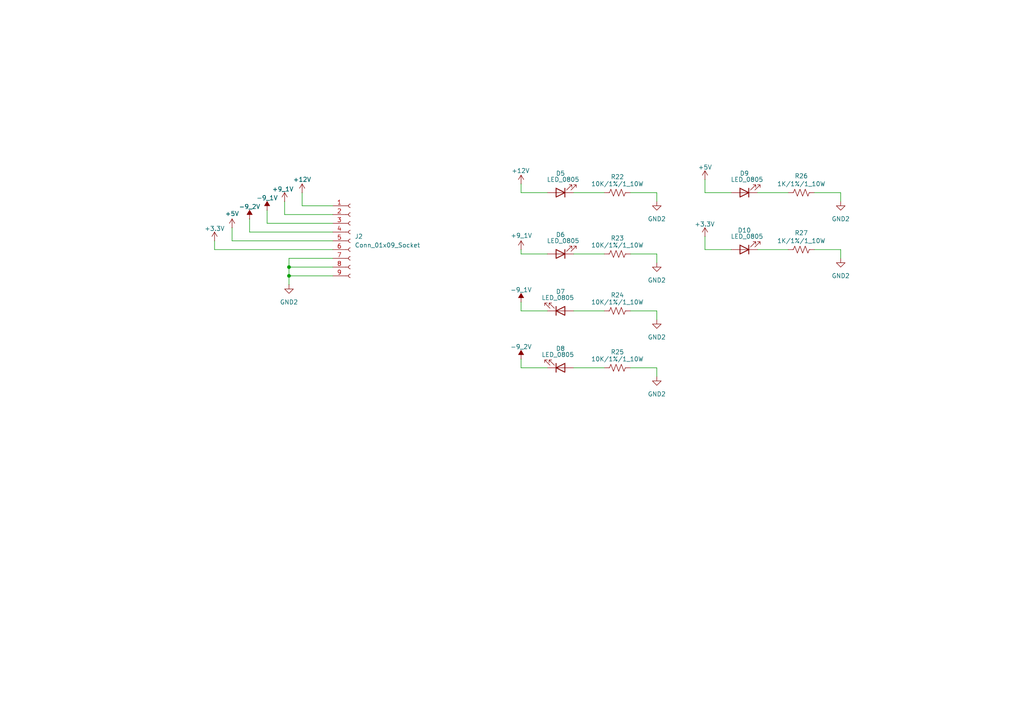
<source format=kicad_sch>
(kicad_sch (version 20231120) (generator "eeschema") (generator_version "8.0")
  (paper "A4")
  (lib_symbols
    (symbol "Connector:Conn_01x09_Socket" (pin_names (offset 1.016) hide)
      (property "Reference" "J" (at 0 12.7 0))
      (property "Value" "Conn_01x09_Socket" (at 0 -12.7 0))
      (symbol "Conn_01x09_Socket_1_1"
        (arc (start 0 -9.652) (mid -0.5058 -10.16) (end 0 -10.668) (stroke (width 0.1524)))
        (arc (start 0 -7.112) (mid -0.5058 -7.62) (end 0 -8.128) (stroke (width 0.1524)))
        (arc (start 0 -4.572) (mid -0.5058 -5.08) (end 0 -5.588) (stroke (width 0.1524)))
        (arc (start 0 -2.032) (mid -0.5058 -2.54) (end 0 -3.048) (stroke (width 0.1524)))
        (polyline (pts (xy -1.27 -10.16) (xy -0.508 -10.16)) (stroke (width 0.1524)))
        (polyline (pts (xy -1.27 -7.62) (xy -0.508 -7.62)) (stroke (width 0.1524)))
        (polyline (pts (xy -1.27 -5.08) (xy -0.508 -5.08)) (stroke (width 0.1524)))
        (polyline (pts (xy -1.27 -2.54) (xy -0.508 -2.54)) (stroke (width 0.1524)))
        (polyline (pts (xy -1.27 0) (xy -0.508 0)) (stroke (width 0.1524)))
        (polyline (pts (xy -1.27 2.54) (xy -0.508 2.54)) (stroke (width 0.1524)))
        (polyline (pts (xy -1.27 5.08) (xy -0.508 5.08)) (stroke (width 0.1524)))
        (polyline (pts (xy -1.27 7.62) (xy -0.508 7.62)) (stroke (width 0.1524)))
        (polyline (pts (xy -1.27 10.16) (xy -0.508 10.16)) (stroke (width 0.1524)))
        (arc (start 0 0.508) (mid -0.5058 0) (end 0 -0.508) (stroke (width 0.1524)))
        (arc (start 0 3.048) (mid -0.5058 2.54) (end 0 2.032) (stroke (width 0.1524)))
        (arc (start 0 5.588) (mid -0.5058 5.08) (end 0 4.572) (stroke (width 0.1524)))
        (arc (start 0 8.128) (mid -0.5058 7.62) (end 0 7.112) (stroke (width 0.1524)))
        (arc (start 0 10.668) (mid -0.5058 10.16) (end 0 9.652) (stroke (width 0.1524)))
        (pin passive line (at -5.08 10.16 0) (length 3.81) (name "Pin_1") (number "1"))
        (pin passive line (at -5.08 7.62 0) (length 3.81) (name "Pin_2") (number "2"))
        (pin passive line (at -5.08 5.08 0) (length 3.81) (name "Pin_3") (number "3"))
        (pin passive line (at -5.08 2.54 0) (length 3.81) (name "Pin_4") (number "4"))
        (pin passive line (at -5.08 0 0) (length 3.81) (name "Pin_5") (number "5"))
        (pin passive line (at -5.08 -2.54 0) (length 3.81) (name "Pin_6") (number "6"))
        (pin passive line (at -5.08 -5.08 0) (length 3.81) (name "Pin_7") (number "7"))
        (pin passive line (at -5.08 -7.62 0) (length 3.81) (name "Pin_8") (number "8"))
        (pin passive line (at -5.08 -10.16 0) (length 3.81) (name "Pin_9") (number "9"))
      )
    )
    (symbol "charge_battery_sym_lib:LED_0805" (pin_numbers hide) (pin_names (offset 1.016) hide)
      (property "Reference" "D" (at 0 2.54 0))
      (property "Value" "LED_0805" (at 0 -4.064 0))
      (symbol "LED_0805_0_1"
        (polyline (pts (xy -1.27 -1.27) (xy -1.27 1.27)) (stroke (width 0.254)))
        (polyline (pts (xy -1.27 0) (xy 1.27 0)))
        (polyline (pts (xy 1.27 -1.27) (xy 1.27 1.27) (xy -1.27 0) (xy 1.27 -1.27)) (stroke (width 0.254)))
        (polyline (pts (xy -3.048 -0.762) (xy -4.572 -2.286) (xy -3.81 -2.286) (xy -4.572 -2.286) (xy -4.572 -1.524)))
        (polyline (pts (xy -1.778 -0.762) (xy -3.302 -2.286) (xy -2.54 -2.286) (xy -3.302 -2.286) (xy -3.302 -1.524)))
      )
      (symbol "LED_0805_1_1"
        (pin passive line (at -3.81 0 0) (length 2.54) (name "K") (number "1"))
        (pin passive line (at 3.81 0 180) (length 2.54) (name "A") (number "2"))
      )
    )
    (symbol "charge_battery_sym_lib:Res_10K_0603_1%" (pin_numbers hide) (pin_names hide)
      (property "Reference" "R" (at 2.794 3.81 0))
      (property "Value" "10K/1%/1_10W" (at 4.064 -2.54 0))
      (symbol "Res_10K_0603_1%_0_1"
        (polyline (pts (xy 1.524 0) (xy 1.27 0)))
        (polyline (pts (xy 6.096 0) (xy 6.35 0)))
        (polyline (pts (xy 1.524 0) (xy 1.905 1.016) (xy 2.286 0) (xy 2.667 -1.016) (xy 3.048 0)))
        (polyline (pts (xy 3.048 0) (xy 3.429 1.016) (xy 3.81 0) (xy 4.191 -1.016) (xy 4.572 0)))
        (polyline (pts (xy 4.572 0) (xy 4.953 1.016) (xy 5.334 0) (xy 5.715 -1.016) (xy 6.096 0)))
      )
      (symbol "Res_10K_0603_1%_1_1"
        (pin passive line (at 0 0 0) (length 1.27) (name "~") (number "1"))
        (pin passive line (at 7.62 0 180) (length 1.27) (name "~") (number "2"))
      )
    )
    (symbol "charge_battery_sym_lib:Res_1K_0603_1%" (pin_numbers hide) (pin_names hide)
      (property "Reference" "R" (at 3.556 2.54 0))
      (property "Value" "1K/1%/1_10W" (at 4.064 -2.54 0))
      (symbol "Res_1K_0603_1%_0_1"
        (polyline (pts (xy 1.524 0) (xy 1.27 0)))
        (polyline (pts (xy 6.096 0) (xy 6.35 0)))
        (polyline (pts (xy 1.524 0) (xy 1.905 1.016) (xy 2.286 0) (xy 2.667 -1.016) (xy 3.048 0)))
        (polyline (pts (xy 3.048 0) (xy 3.429 1.016) (xy 3.81 0) (xy 4.191 -1.016) (xy 4.572 0)))
        (polyline (pts (xy 4.572 0) (xy 4.953 1.016) (xy 5.334 0) (xy 5.715 -1.016) (xy 6.096 0)))
      )
      (symbol "Res_1K_0603_1%_1_1"
        (pin passive line (at 0 0 0) (length 1.27) (name "~") (number "1"))
        (pin passive line (at 7.62 0 180) (length 1.27) (name "~") (number "2"))
      )
    )
    (symbol "power:+3.3V" (power) (pin_numbers hide) (pin_names (offset 0) hide)
      (property "Value" "+3.3V" (at 0 3.556 0))
      (symbol "+3.3V_0_1"
        (polyline (pts (xy -0.762 1.27) (xy 0 2.54)))
        (polyline (pts (xy 0 0) (xy 0 2.54)))
        (polyline (pts (xy 0 2.54) (xy 0.762 1.27)))
      )
      (symbol "+3.3V_1_1"
        (pin power_in line (at 0 0 90) (length 0) (name "~") (number "1"))
      )
    )
    (symbol "power:+5V" (power) (pin_numbers hide) (pin_names (offset 0) hide)
      (property "Value" "+5V" (at 0 3.556 0))
      (symbol "+5V_0_1"
        (polyline (pts (xy -0.762 1.27) (xy 0 2.54)))
        (polyline (pts (xy 0 0) (xy 0 2.54)))
        (polyline (pts (xy 0 2.54) (xy 0.762 1.27)))
      )
      (symbol "+5V_1_1"
        (pin power_in line (at 0 0 90) (length 0) (name "~") (number "1"))
      )
    )
    (symbol "power:+9V" (power) (pin_numbers hide) (pin_names (offset 0) hide)
      (property "Value" "+9V" (at 0 3.556 0))
      (symbol "+9V_0_1"
        (polyline (pts (xy -0.762 1.27) (xy 0 2.54)))
        (polyline (pts (xy 0 0) (xy 0 2.54)))
        (polyline (pts (xy 0 2.54) (xy 0.762 1.27)))
      )
      (symbol "+9V_1_1"
        (pin power_in line (at 0 0 90) (length 0) (name "~") (number "1"))
      )
    )
    (symbol "power:-9V" (power) (pin_numbers hide) (pin_names (offset 0) hide)
      (property "Value" "-9V" (at 0 3.556 0))
      (symbol "-9V_0_1"
        (polyline (pts (xy 0 0) (xy 0 2.54)))
        (polyline (pts (xy 0.762 1.27) (xy -0.762 1.27) (xy 0 2.54) (xy 0.762 1.27)) (fill (type outline)))
      )
      (symbol "-9V_1_1"
        (pin power_in line (at 0 0 90) (length 0) (name "~") (number "1"))
      )
    )
    (symbol "power:GND2" (power) (pin_numbers hide) (pin_names (offset 0) hide)
      (property "Value" "GND2" (at 0 -3.81 0))
      (symbol "GND2_0_1"
        (polyline (pts (xy 0 0) (xy 0 -1.27) (xy 1.27 -1.27) (xy 0 -2.54) (xy -1.27 -1.27) (xy 0 -1.27)))
      )
      (symbol "GND2_1_1"
        (pin power_in line (at 0 0 270) (length 0) (name "~") (number "1"))
      )
    )
  )
  (junction (at 83.82 77.47))
  (junction (at 83.82 80.01))
  (wire (pts (xy 166.37 73.66) (xy 175.26 73.66)))
  (wire (pts (xy 151.13 73.66) (xy 158.75 73.66)))
  (wire (pts (xy 151.13 90.17) (xy 158.75 90.17)))
  (wire (pts (xy 77.47 64.77) (xy 77.47 60.96)))
  (wire (pts (xy 151.13 106.68) (xy 158.75 106.68)))
  (wire (pts (xy 190.5 106.68) (xy 190.5 109.22)))
  (wire (pts (xy 96.52 67.31) (xy 72.39 67.31)))
  (wire (pts (xy 151.13 104.14) (xy 151.13 106.68)))
  (wire (pts (xy 151.13 87.63) (xy 151.13 90.17)))
  (wire (pts (xy 87.63 59.69) (xy 96.52 59.69)))
  (wire (pts (xy 204.47 52.07) (xy 204.47 55.88)))
  (wire (pts (xy 190.5 90.17) (xy 190.5 92.71)))
  (wire (pts (xy 190.5 55.88) (xy 190.5 58.42)))
  (wire (pts (xy 219.71 55.88) (xy 228.6 55.88)))
  (wire (pts (xy 83.82 74.93) (xy 83.82 77.47)))
  (wire (pts (xy 243.84 72.39) (xy 243.84 74.93)))
  (wire (pts (xy 182.88 106.68) (xy 190.5 106.68)))
  (wire (pts (xy 151.13 72.39) (xy 151.13 73.66)))
  (wire (pts (xy 190.5 73.66) (xy 190.5 76.2)))
  (wire (pts (xy 96.52 72.39) (xy 62.23 72.39)))
  (wire (pts (xy 204.47 68.58) (xy 204.47 72.39)))
  (wire (pts (xy 166.37 55.88) (xy 175.26 55.88)))
  (wire (pts (xy 243.84 55.88) (xy 243.84 58.42)))
  (wire (pts (xy 236.22 72.39) (xy 243.84 72.39)))
  (wire (pts (xy 182.88 90.17) (xy 190.5 90.17)))
  (wire (pts (xy 72.39 67.31) (xy 72.39 63.5)))
  (wire (pts (xy 96.52 80.01) (xy 83.82 80.01)))
  (wire (pts (xy 182.88 55.88) (xy 190.5 55.88)))
  (wire (pts (xy 83.82 77.47) (xy 83.82 80.01)))
  (wire (pts (xy 96.52 62.23) (xy 82.55 62.23)))
  (wire (pts (xy 236.22 55.88) (xy 243.84 55.88)))
  (wire (pts (xy 151.13 53.34) (xy 151.13 55.88)))
  (wire (pts (xy 96.52 69.85) (xy 67.31 69.85)))
  (wire (pts (xy 67.31 69.85) (xy 67.31 66.04)))
  (wire (pts (xy 82.55 62.23) (xy 82.55 58.42)))
  (wire (pts (xy 204.47 72.39) (xy 212.09 72.39)))
  (wire (pts (xy 166.37 90.17) (xy 175.26 90.17)))
  (wire (pts (xy 96.52 64.77) (xy 77.47 64.77)))
  (wire (pts (xy 87.63 55.88) (xy 87.63 59.69)))
  (wire (pts (xy 166.37 106.68) (xy 175.26 106.68)))
  (wire (pts (xy 62.23 72.39) (xy 62.23 69.85)))
  (wire (pts (xy 204.47 55.88) (xy 212.09 55.88)))
  (wire (pts (xy 83.82 80.01) (xy 83.82 82.55)))
  (wire (pts (xy 151.13 55.88) (xy 158.75 55.88)))
  (wire (pts (xy 96.52 77.47) (xy 83.82 77.47)))
  (wire (pts (xy 182.88 73.66) (xy 190.5 73.66)))
  (wire (pts (xy 219.71 72.39) (xy 228.6 72.39)))
  (wire (pts (xy 96.52 74.93) (xy 83.82 74.93)))
  (symbol (lib_id "power:-9V") (at 72.39 63.5 0) (unit 1)
    (property "Reference" "#PWR028" (effects (hide yes)))
    (property "Value" "-9_2V" (at 72.39 59.944 0))
    (property "Description" "Power symbol creates a global label with name \"-9V\"" (effects (hide yes)))
  )
  (symbol (lib_id "power:+5V") (at 67.31 66.04 0) (unit 1)
    (property "Reference" "#PWR027" (effects (hide yes)))
    (property "Value" "+5V" (at 67.31 61.976 0))
    (property "Description" "Power symbol creates a global label with name \"+5V\"" (effects (hide yes)))
  )
  (symbol (lib_id "power:GND2") (at 190.5 92.71 0) (unit 1)
    (property "Reference" "#PWR039" (effects (hide yes)))
    (property "Value" "GND2" (at 190.5 97.79 0))
    (property "Description" "Power symbol creates a global label with name \"GND2\" , ground" (effects (hide yes)))
  )
  (symbol (lib_id "charge_battery_sym_lib:LED_0805") (at 162.56 106.68 0) (mirror x) (unit 1)
    (property "Reference" "D8" (at 162.56 101.092 0))
    (property "Value" "LED_0805" (at 161.798 102.87 0))
    (property "Footprint" "charge_battery_footprint_lib:LED_0805" (effects (hide yes)))
    (property "Description" "Light emitting diode" (effects (hide yes)))
    (property "Supply name" "Thegioiic" (effects (hide yes)))
    (property "Supply part number" "LED Xanh Lá 0805 Dán SMD Trong Suốt" (effects (hide yes)))
    (property "Supply URL" "https://www.thegioiic.com/led-xanh-la-0805-dan-smd-trong-suot" (effects (hide yes)))
  )
  (symbol (lib_id "charge_battery_sym_lib:Res_10K_0603_1%") (at 175.26 106.68 0) (unit 1)
    (property "Reference" "R25" (at 179.07 102.108 0))
    (property "Value" "10K/1%/1_10W" (at 179.07 104.14 0))
    (property "Footprint" "charge_battery_footprint_lib:Res_0603" (effects (hide yes)))
    (property "Datasheet" "https://fscdn.rohm.com/en/products/databook/datasheet/passive/resistor/chip_resistor/esr-e.pdf" (effects (hide yes)))
    (property "Description" "Res 10 KOhm 0603 1%" (effects (hide yes)))
    (property "Supply name" "Thegioiic" (effects (hide yes)))
    (property "Supply part number" "Điện Trở 10 KOhm 0603 1%" (effects (hide yes)))
    (property "Supply URL" "https://www.thegioiic.com/dien-tro-10-kohm-0603-1-" (effects (hide yes)))
  )
  (symbol (lib_id "power:GND2") (at 83.82 82.55 0) (unit 1)
    (property "Reference" "#PWR031" (effects (hide yes)))
    (property "Value" "GND2" (at 83.82 87.63 0))
    (property "Description" "Power symbol creates a global label with name \"GND2\" , ground" (effects (hide yes)))
  )
  (symbol (lib_id "power:GND2") (at 190.5 109.22 0) (unit 1)
    (property "Reference" "#PWR040" (effects (hide yes)))
    (property "Value" "GND2" (at 190.5 114.3 0))
    (property "Description" "Power symbol creates a global label with name \"GND2\" , ground" (effects (hide yes)))
  )
  (symbol (lib_id "charge_battery_sym_lib:Res_10K_0603_1%") (at 175.26 90.17 0) (unit 1)
    (property "Reference" "R24" (at 179.07 85.598 0))
    (property "Value" "10K/1%/1_10W" (at 179.07 87.63 0))
    (property "Footprint" "charge_battery_footprint_lib:Res_0603" (effects (hide yes)))
    (property "Datasheet" "https://fscdn.rohm.com/en/products/databook/datasheet/passive/resistor/chip_resistor/esr-e.pdf" (effects (hide yes)))
    (property "Description" "Res 10 KOhm 0603 1%" (effects (hide yes)))
    (property "Supply name" "Thegioiic" (effects (hide yes)))
    (property "Supply part number" "Điện Trở 10 KOhm 0603 1%" (effects (hide yes)))
    (property "Supply URL" "https://www.thegioiic.com/dien-tro-10-kohm-0603-1-" (effects (hide yes)))
  )
  (symbol (lib_id "charge_battery_sym_lib:LED_0805") (at 215.9 72.39 180) (unit 1)
    (property "Reference" "D10" (at 215.9 66.802 0))
    (property "Value" "LED_0805" (at 216.662 68.58 0))
    (property "Footprint" "charge_battery_footprint_lib:LED_0805" (effects (hide yes)))
    (property "Description" "Light emitting diode" (effects (hide yes)))
    (property "Supply name" "Thegioiic" (effects (hide yes)))
    (property "Supply part number" "LED Xanh Lá 0805 Dán SMD Trong Suốt" (effects (hide yes)))
    (property "Supply URL" "https://www.thegioiic.com/led-xanh-la-0805-dan-smd-trong-suot" (effects (hide yes)))
  )
  (symbol (lib_id "charge_battery_sym_lib:Res_1K_0603_1%") (at 228.6 55.88 0) (unit 1)
    (property "Reference" "R26" (at 232.41 51.054 0))
    (property "Value" "1K/1%/1_10W" (at 232.41 53.34 0))
    (property "Footprint" "charge_battery_footprint_lib:Res_0603" (effects (hide yes)))
    (property "Datasheet" "https://fscdn.rohm.com/en/products/databook/datasheet/passive/resistor/chip_resistor/esr-e.pdf" (effects (hide yes)))
    (property "Description" "Res 1 KOhm 0603 1%" (effects (hide yes)))
    (property "Supply name" "Thegioiic" (effects (hide yes)))
    (property "Supply part number" "Điện Trở 1 KOhm 0603 1%" (effects (hide yes)))
    (property "Supply URL" "https://www.thegioiic.com/dien-tro-1-kohm-0603-1-" (effects (hide yes)))
  )
  (symbol (lib_id "charge_battery_sym_lib:LED_0805") (at 162.56 55.88 180) (unit 1)
    (property "Reference" "D5" (at 162.56 50.292 0))
    (property "Value" "LED_0805" (at 163.322 52.07 0))
    (property "Footprint" "charge_battery_footprint_lib:LED_0805" (effects (hide yes)))
    (property "Description" "Light emitting diode" (effects (hide yes)))
    (property "Supply name" "Thegioiic" (effects (hide yes)))
    (property "Supply part number" "LED Xanh Lá 0805 Dán SMD Trong Suốt" (effects (hide yes)))
    (property "Supply URL" "https://www.thegioiic.com/led-xanh-la-0805-dan-smd-trong-suot" (effects (hide yes)))
  )
  (symbol (lib_id "charge_battery_sym_lib:LED_0805") (at 162.56 73.66 180) (unit 1)
    (property "Reference" "D6" (at 162.56 68.072 0))
    (property "Value" "LED_0805" (at 163.322 69.85 0))
    (property "Footprint" "charge_battery_footprint_lib:LED_0805" (effects (hide yes)))
    (property "Description" "Light emitting diode" (effects (hide yes)))
    (property "Supply name" "Thegioiic" (effects (hide yes)))
    (property "Supply part number" "LED Xanh Lá 0805 Dán SMD Trong Suốt" (effects (hide yes)))
    (property "Supply URL" "https://www.thegioiic.com/led-xanh-la-0805-dan-smd-trong-suot" (effects (hide yes)))
  )
  (symbol (lib_id "power:-9V") (at 151.13 87.63 0) (unit 1)
    (property "Reference" "#PWR035" (effects (hide yes)))
    (property "Value" "-9_1V" (at 151.13 84.074 0))
    (property "Description" "Power symbol creates a global label with name \"-9V\"" (effects (hide yes)))
  )
  (symbol (lib_id "power:-9V") (at 77.47 60.96 0) (unit 1)
    (property "Reference" "#PWR029" (effects (hide yes)))
    (property "Value" "-9_1V" (at 77.47 57.404 0))
    (property "Description" "Power symbol creates a global label with name \"-9V\"" (effects (hide yes)))
  )
  (symbol (lib_id "power:+5V") (at 87.63 55.88 0) (unit 1)
    (property "Reference" "#PWR032" (effects (hide yes)))
    (property "Value" "+12V" (at 87.63 52.07 0))
    (property "Description" "Power symbol creates a global label with name \"+5V\"" (effects (hide yes)))
  )
  (symbol (lib_id "power:GND2") (at 190.5 58.42 0) (unit 1)
    (property "Reference" "#PWR037" (effects (hide yes)))
    (property "Value" "GND2" (at 190.5 63.5 0))
    (property "Description" "Power symbol creates a global label with name \"GND2\" , ground" (effects (hide yes)))
  )
  (symbol (lib_id "Connector:Conn_01x09_Socket") (at 101.6 69.85 0) (unit 1)
    (property "Reference" "J2" (at 102.87 68.5799 0) (effects (justify left)))
    (property "Value" "Conn_01x09_Socket" (at 102.87 71.1199 0) (effects (justify left)))
    (property "Description" "Generic connector, single row, 01x09, script generated" (effects (hide yes)))
  )
  (symbol (lib_id "power:-9V") (at 151.13 104.14 0) (unit 1)
    (property "Reference" "#PWR036" (effects (hide yes)))
    (property "Value" "-9_2V" (at 151.13 100.584 0))
    (property "Description" "Power symbol creates a global label with name \"-9V\"" (effects (hide yes)))
  )
  (symbol (lib_id "charge_battery_sym_lib:Res_10K_0603_1%") (at 175.26 55.88 0) (unit 1)
    (property "Reference" "R22" (at 179.07 51.308 0))
    (property "Value" "10K/1%/1_10W" (at 179.07 53.34 0))
    (property "Footprint" "charge_battery_footprint_lib:Res_0603" (effects (hide yes)))
    (property "Datasheet" "https://fscdn.rohm.com/en/products/databook/datasheet/passive/resistor/chip_resistor/esr-e.pdf" (effects (hide yes)))
    (property "Description" "Res 10 KOhm 0603 1%" (effects (hide yes)))
    (property "Supply name" "Thegioiic" (effects (hide yes)))
    (property "Supply part number" "Điện Trở 10 KOhm 0603 1%" (effects (hide yes)))
    (property "Supply URL" "https://www.thegioiic.com/dien-tro-10-kohm-0603-1-" (effects (hide yes)))
  )
  (symbol (lib_id "power:+5V") (at 151.13 53.34 0) (unit 1)
    (property "Reference" "#PWR033" (effects (hide yes)))
    (property "Value" "+12V" (at 148.336 49.53 0) (effects (justify left)))
    (property "Description" "Power symbol creates a global label with name \"+5V\"" (effects (hide yes)))
  )
  (symbol (lib_id "charge_battery_sym_lib:Res_10K_0603_1%") (at 175.26 73.66 0) (unit 1)
    (property "Reference" "R23" (at 179.07 69.088 0))
    (property "Value" "10K/1%/1_10W" (at 179.07 71.12 0))
    (property "Footprint" "charge_battery_footprint_lib:Res_0603" (effects (hide yes)))
    (property "Datasheet" "https://fscdn.rohm.com/en/products/databook/datasheet/passive/resistor/chip_resistor/esr-e.pdf" (effects (hide yes)))
    (property "Description" "Res 10 KOhm 0603 1%" (effects (hide yes)))
    (property "Supply name" "Thegioiic" (effects (hide yes)))
    (property "Supply part number" "Điện Trở 10 KOhm 0603 1%" (effects (hide yes)))
    (property "Supply URL" "https://www.thegioiic.com/dien-tro-10-kohm-0603-1-" (effects (hide yes)))
  )
  (symbol (lib_id "power:GND2") (at 190.5 76.2 0) (unit 1)
    (property "Reference" "#PWR038" (effects (hide yes)))
    (property "Value" "GND2" (at 190.5 81.28 0))
    (property "Description" "Power symbol creates a global label with name \"GND2\" , ground" (effects (hide yes)))
  )
  (symbol (lib_id "power:+9V") (at 82.55 58.42 0) (unit 1)
    (property "Reference" "#PWR030" (effects (hide yes)))
    (property "Value" "+9_1V" (at 82.042 54.864 0))
    (property "Description" "Power symbol creates a global label with name \"+9V\"" (effects (hide yes)))
  )
  (symbol (lib_id "power:+5V") (at 204.47 52.07 0) (unit 1)
    (property "Reference" "#PWR041" (effects (hide yes)))
    (property "Value" "+5V" (at 202.438 48.514 0) (effects (justify left)))
    (property "Description" "Power symbol creates a global label with name \"+5V\"" (effects (hide yes)))
  )
  (symbol (lib_id "power:+9V") (at 151.13 72.39 0) (unit 1)
    (property "Reference" "#PWR034" (effects (hide yes)))
    (property "Value" "+9_1V" (at 148.082 68.326 0) (effects (justify left)))
    (property "Description" "Power symbol creates a global label with name \"+9V\"" (effects (hide yes)))
  )
  (symbol (lib_id "power:GND2") (at 243.84 58.42 0) (unit 1)
    (property "Reference" "#PWR043" (effects (hide yes)))
    (property "Value" "GND2" (at 243.84 63.5 0))
    (property "Description" "Power symbol creates a global label with name \"GND2\" , ground" (effects (hide yes)))
  )
  (symbol (lib_id "charge_battery_sym_lib:LED_0805") (at 215.9 55.88 180) (unit 1)
    (property "Reference" "D9" (at 215.9 50.292 0))
    (property "Value" "LED_0805" (at 216.662 52.07 0))
    (property "Footprint" "charge_battery_footprint_lib:LED_0805" (effects (hide yes)))
    (property "Description" "Light emitting diode" (effects (hide yes)))
    (property "Supply name" "Thegioiic" (effects (hide yes)))
    (property "Supply part number" "LED Xanh Lá 0805 Dán SMD Trong Suốt" (effects (hide yes)))
    (property "Supply URL" "https://www.thegioiic.com/led-xanh-la-0805-dan-smd-trong-suot" (effects (hide yes)))
  )
  (symbol (lib_id "power:+3.3V") (at 204.47 68.58 0) (unit 1)
    (property "Reference" "#PWR042" (effects (hide yes)))
    (property "Value" "+3.3V" (at 201.422 65.024 0) (effects (justify left)))
    (property "Description" "Power symbol creates a global label with name \"+3.3V\"" (effects (hide yes)))
  )
  (symbol (lib_id "charge_battery_sym_lib:LED_0805") (at 162.56 90.17 0) (mirror x) (unit 1)
    (property "Reference" "D7" (at 162.56 84.582 0))
    (property "Value" "LED_0805" (at 161.798 86.36 0))
    (property "Footprint" "charge_battery_footprint_lib:LED_0805" (effects (hide yes)))
    (property "Description" "Light emitting diode" (effects (hide yes)))
    (property "Supply name" "Thegioiic" (effects (hide yes)))
    (property "Supply part number" "LED Xanh Lá 0805 Dán SMD Trong Suốt" (effects (hide yes)))
    (property "Supply URL" "https://www.thegioiic.com/led-xanh-la-0805-dan-smd-trong-suot" (effects (hide yes)))
  )
  (symbol (lib_id "power:+3.3V") (at 62.23 69.85 0) (unit 1)
    (property "Reference" "#PWR026" (effects (hide yes)))
    (property "Value" "+3.3V" (at 62.23 66.294 0))
    (property "Description" "Power symbol creates a global label with name \"+3.3V\"" (effects (hide yes)))
  )
  (symbol (lib_id "power:GND2") (at 243.84 74.93 0) (unit 1)
    (property "Reference" "#PWR044" (effects (hide yes)))
    (property "Value" "GND2" (at 243.84 80.01 0))
    (property "Description" "Power symbol creates a global label with name \"GND2\" , ground" (effects (hide yes)))
  )
  (symbol (lib_id "charge_battery_sym_lib:Res_1K_0603_1%") (at 228.6 72.39 0) (unit 1)
    (property "Reference" "R27" (at 232.41 67.564 0))
    (property "Value" "1K/1%/1_10W" (at 232.41 69.85 0))
    (property "Footprint" "charge_battery_footprint_lib:Res_0603" (effects (hide yes)))
    (property "Datasheet" "https://fscdn.rohm.com/en/products/databook/datasheet/passive/resistor/chip_resistor/esr-e.pdf" (effects (hide yes)))
    (property "Description" "Res 1 KOhm 0603 1%" (effects (hide yes)))
    (property "Supply name" "Thegioiic" (effects (hide yes)))
    (property "Supply part number" "Điện Trở 1 KOhm 0603 1%" (effects (hide yes)))
    (property "Supply URL" "https://www.thegioiic.com/dien-tro-1-kohm-0603-1-" (effects (hide yes)))
  )
)
</source>
